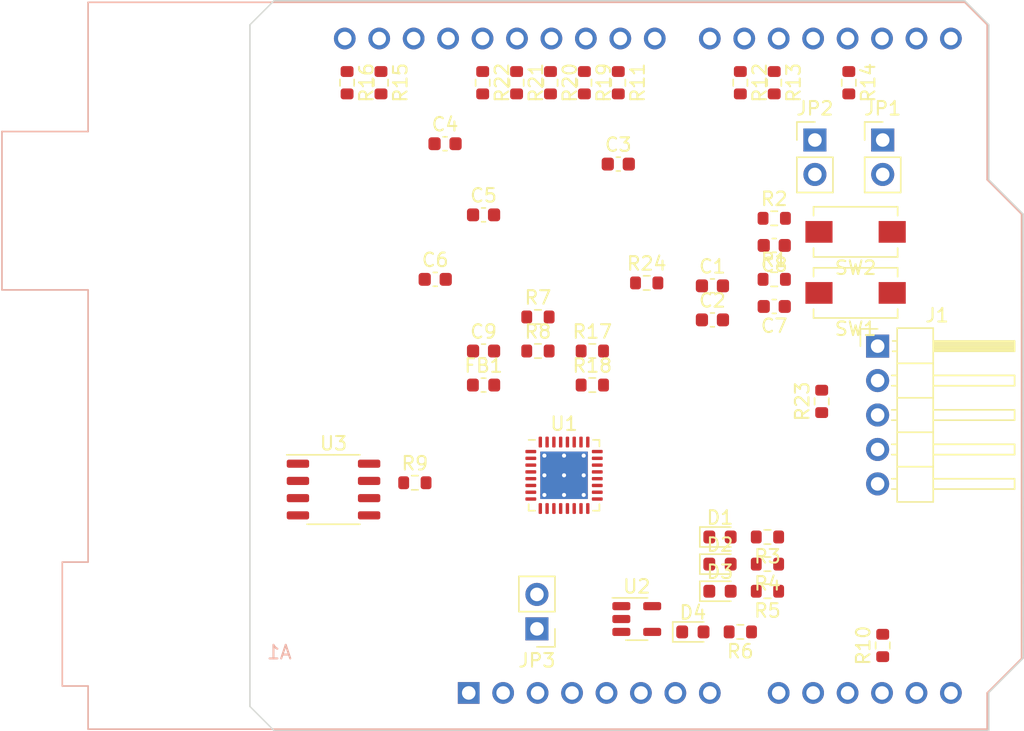
<source format=kicad_pcb>
(kicad_pcb (version 20221018) (generator pcbnew)
  (layers (0 "F.Cu" signal) (31 "B.Cu" signal) (34 "B.Paste" user) (35 "F.Paste" user) (36 "B.SilkS" user "B.Silkscreen") (37 "F.SilkS" user "F.Silkscreen") (38 "B.Mask" user) (39 "F.Mask" user) (44 "Edge.Cuts" user))
  (net 0 "")
  (net 3 "+5V")
  (net 4 "GND")
  (net 14 "VDD")
  (net 25 "ARD_I2C_SDA")
  (net 26 "ARD_I2C_SCL")
  (net 27 "ARD_SPI_SCK")
  (net 28 "ARD_SPI_MISO")
  (net 29 "ARD_SPI_MOSI")
  (net 30 "ARD_SPI_CS")
  (net 31 "ARD_D9_PWM")
  (net 32 "ARD_D6_PWM")
  (net 33 "ARD_D5_PWM")
  (net 34 "ARD_LPC_ISP")
  (net 35 "ARD_D2_PWM")
  (net 36 "ARD_LPC_RST")
  (net 37 "ARD_UART_TXD")
  (net 38 "ARD_UART_RXD")
  (net 39 "ARD_ADC_IN")
  (net 40 "ARD_RST")
  (net 41 "ARD_IOREF")
  (net 42 "VDDA")
  (net 43 "LPC_RST")
  (net 44 "LPC_ISP")
  (net 45 "LPC_LED_R")
  (net 46 "Net-(D1-A)")
  (net 47 "LPC_LED_G")
  (net 48 "Net-(D2-A)")
  (net 49 "LPC_LED_B")
  (net 50 "Net-(D3-A)")
  (net 51 "Net-(D4-A)")
  (net 52 "LPC_SWDIO")
  (net 53 "LPC_SWCLK")
  (net 54 "LPC_ARD_RST")
  (net 55 "Net-(U3B-+)")
  (net 56 "OPA_ADC_IOREF")
  (net 57 "LPC_ADC_IOREF")
  (net 58 "OPA_DAC_OUT")
  (net 59 "LPC_IO3")
  (net 60 "LPC_IO2")
  (net 61 "LPC_IO1")
  (net 62 "LPC_IO0")
  (net 63 "LPC_I2C_SCL")
  (net 64 "LPC_I2C_SDA")
  (net 65 "LPC_SPI_CS")
  (net 66 "LPC_SPI_MOSI")
  (net 67 "LPC_SPI_MISO")
  (net 68 "LPC_SPI_SCK")
  (net 69 "LPC_DAC_OUT")
  (footprint "Resistor_SMD:R_0603_1608Metric" (layer "F.Cu") (at 156 57.5 -90)
    (fp_text reference "R15" (at 0 -1.43 90) (layer "F.SilkS"))
    (fp_text value "100R")
    (fp_line (start -0.237258 -0.5225) (end 0.237258 -0.5225) (stroke (width 0.12)) (layer "F.SilkS"))
    (fp_line (start -0.237258 0.5225) (end 0.237258 0.5225) (stroke (width 0.12)) (layer "F.SilkS"))
    (pad "1" smd roundrect (at -0.825 0 270) (size 0.8 0.95) (layers "F.Cu" "F.Paste" "F.Mask") (net 26 "ARD_I2C_SCL"))
    (pad "2" smd roundrect (at 0.825 0 270) (size 0.8 0.95) (layers "F.Cu" "F.Paste" "F.Mask") (net 63 "LPC_I2C_SCL"))
  )
  (footprint "Resistor_SMD:R_0603_1608Metric" (layer "F.Cu") (at 153.5 57.5 -90)
    (fp_text reference "R16" (at 0 -1.43 90) (layer "F.SilkS"))
    (fp_text value "100R")
    (fp_line (start -0.237258 -0.5225) (end 0.237258 -0.5225) (stroke (width 0.12)) (layer "F.SilkS"))
    (fp_line (start -0.237258 0.5225) (end 0.237258 0.5225) (stroke (width 0.12)) (layer "F.SilkS"))
    (pad "1" smd roundrect (at -0.825 0 270) (size 0.8 0.95) (layers "F.Cu" "F.Paste" "F.Mask") (net 25 "ARD_I2C_SDA"))
    (pad "2" smd roundrect (at 0.825 0 270) (size 0.8 0.95) (layers "F.Cu" "F.Paste" "F.Mask") (net 64 "LPC_I2C_SDA"))
  )
  (footprint "Package_DFN_QFN:VQFN-32-1EP_5x5mm_P0.5mm_EP3.5x3.5mm_ThermalVias" (layer "F.Cu") (at 169.5 86.45)
    (fp_text reference "U1" (at 0 -3.8) (layer "F.SilkS"))
    (fp_text value "LPC804M101JHI33")
    (fp_line (start -2.61 2.61) (end -2.61 2.135) (stroke (width 0.12)) (layer "F.SilkS"))
    (fp_line (start -2.135 -2.61) (end -2.61 -2.61) (stroke (width 0.12)) (layer "F.SilkS"))
    (fp_line (start -2.135 2.61) (end -2.61 2.61) (stroke (width 0.12)) (layer "F.SilkS"))
    (fp_line (start 2.135 -2.61) (end 2.61 -2.61) (stroke (width 0.12)) (layer "F.SilkS"))
    (fp_line (start 2.135 2.61) (end 2.61 2.61) (stroke (width 0.12)) (layer "F.SilkS"))
    (fp_line (start 2.61 -2.61) (end 2.61 -2.135) (stroke (width 0.12)) (layer "F.SilkS"))
    (fp_line (start 2.61 2.61) (end 2.61 2.135) (stroke (width 0.12)) (layer "F.SilkS"))
    (pad "1" smd roundrect (at -2.45 -1.75) (size 0.8 0.25) (layers "F.Cu" "F.Paste" "F.Mask"))
    (pad "2" smd roundrect (at -2.45 -1.25) (size 0.8 0.25) (layers "F.Cu" "F.Paste" "F.Mask"))
    (pad "3" smd roundrect (at -2.45 -0.75) (size 0.8 0.25) (layers "F.Cu" "F.Paste" "F.Mask") (net 44 "LPC_ISP"))
    (pad "4" smd roundrect (at -2.45 -0.25) (size 0.8 0.25) (layers "F.Cu" "F.Paste" "F.Mask") (net 43 "LPC_RST"))
    (pad "5" smd roundrect (at -2.45 0.25) (size 0.8 0.25) (layers "F.Cu" "F.Paste" "F.Mask") (net 54 "LPC_ARD_RST"))
    (pad "6" smd roundrect (at -2.45 0.75) (size 0.8 0.25) (layers "F.Cu" "F.Paste" "F.Mask") (net 53 "LPC_SWCLK"))
    (pad "7" smd roundrect (at -2.45 1.25) (size 0.8 0.25) (layers "F.Cu" "F.Paste" "F.Mask") (net 52 "LPC_SWDIO"))
    (pad "8" smd roundrect (at -2.45 1.75) (size 0.8 0.25) (layers "F.Cu" "F.Paste" "F.Mask") (net 64 "LPC_I2C_SDA"))
    (pad "9" smd roundrect (at -1.75 2.45) (size 0.25 0.8) (layers "F.Cu" "F.Paste" "F.Mask") (net 63 "LPC_I2C_SCL"))
    (pad "10" smd roundrect (at -1.25 2.45) (size 0.25 0.8) (layers "F.Cu" "F.Paste" "F.Mask"))
    (pad "11" smd roundrect (at -0.75 2.45) (size 0.25 0.8) (layers "F.Cu" "F.Paste" "F.Mask") (net 68 "LPC_SPI_SCK"))
    (pad "12" smd roundrect (at -0.25 2.45) (size 0.25 0.8) (layers "F.Cu" "F.Paste" "F.Mask") (net 67 "LPC_SPI_MISO"))
    (pad "13" smd roundrect (at 0.25 2.45) (size 0.25 0.8) (layers "F.Cu" "F.Paste" "F.Mask") (net 66 "LPC_SPI_MOSI"))
    (pad "14" smd roundrect (at 0.75 2.45) (size 0.25 0.8) (layers "F.Cu" "F.Paste" "F.Mask") (net 65 "LPC_SPI_CS"))
    (pad "15" smd roundrect (at 1.25 2.45) (size 0.25 0.8) (layers "F.Cu" "F.Paste" "F.Mask") (net 49 "LPC_LED_B"))
    (pad "16" smd roundrect (at 1.75 2.45) (size 0.25 0.8) (layers "F.Cu" "F.Paste" "F.Mask") (net 62 "LPC_IO0"))
    (pad "17" smd roundrect (at 2.45 1.75) (size 0.8 0.25) (layers "F.Cu" "F.Paste" "F.Mask") (net 57 "LPC_ADC_IOREF"))
    (pad "18" smd roundrect (at 2.45 1.25) (size 0.8 0.25) (layers "F.Cu" "F.Paste" "F.Mask") (net 60 "LPC_IO2"))
    (pad "19" smd roundrect (at 2.45 0.75) (size 0.8 0.25) (layers "F.Cu" "F.Paste" "F.Mask") (net 61 "LPC_IO1"))
    (pad "20" smd roundrect (at 2.45 0.25) (size 0.8 0.25) (layers "F.Cu" "F.Paste" "F.Mask") (net 14 "VDD"))
    (pad "21" smd roundrect (at 2.45 -0.25) (size 0.8 0.25) (layers "F.Cu" "F.Paste" "F.Mask"))
    (pad "22" smd roundrect (at 2.45 -0.75) (size 0.8 0.25) (layers "F.Cu" "F.Paste" "F.Mask") (net 42 "VDDA"))
    (pad "23" smd roundrect (at 2.45 -1.25) (size 0.8 0.25) (layers "F.Cu" "F.Paste" "F.Mask") (net 42 "VDDA"))
    (pad "24" smd roundrect (at 2.45 -1.75) (size 0.8 0.25) (layers "F.Cu" "F.Paste" "F.Mask"))
    (pad "25" smd roundrect (at 1.75 -2.45) (size 0.25 0.8) (layers "F.Cu" "F.Paste" "F.Mask") (net 59 "LPC_IO3"))
    (pad "26" smd roundrect (at 1.25 -2.45) (size 0.25 0.8) (layers "F.Cu" "F.Paste" "F.Mask") (net 69 "LPC_DAC_OUT"))
    (pad "27" smd roundrect (at 0.75 -2.45) (size 0.25 0.8) (layers "F.Cu" "F.Paste" "F.Mask"))
    (pad "28" smd roundrect (at 0.25 -2.45) (size 0.25 0.8) (layers "F.Cu" "F.Paste" "F.Mask"))
    (pad "29" smd roundrect (at -0.25 -2.45) (size 0.25 0.8) (layers "F.Cu" "F.Paste" "F.Mask") (net 45 "LPC_LED_R"))
    (pad "30" smd roundrect (at -0.75 -2.45) (size 0.25 0.8) (layers "F.Cu" "F.Paste" "F.Mask") (net 47 "LPC_LED_G"))
    (pad "31" smd roundrect (at -1.25 -2.45) (size 0.25 0.8) (layers "F.Cu" "F.Paste" "F.Mask"))
    (pad "32" smd roundrect (at -1.75 -2.45) (size 0.25 0.8) (layers "F.Cu" "F.Paste" "F.Mask"))
    (pad "33" thru_hole circle (at -1.45 -1.45) (size 0.6 0.6) (drill 0.3) (layers "*.Cu") (net 4 "GND"))
    (pad "33" thru_hole circle (at -1.45 0) (size 0.6 0.6) (drill 0.3) (layers "*.Cu") (net 4 "GND"))
    (pad "33" thru_hole circle (at -1.45 1.45) (size 0.6 0.6) (drill 0.3) (layers "*.Cu") (net 4 "GND"))
    (pad "33" thru_hole circle (at 0 -1.45) (size 0.6 0.6) (drill 0.3) (layers "*.Cu") (net 4 "GND"))
    (pad "33" thru_hole circle (at 0 0) (size 0.6 0.6) (drill 0.3) (layers "*.Cu") (net 4 "GND"))
    (pad "33" smd rect (at 0 0) (size 3.5 3.5) (layers "F.Cu" "F.Mask") (net 4 "GND"))
    (pad "33" smd rect (at 0 0) (size 3.5 3.5) (layers "B.Cu") (net 4 "GND"))
    (pad "33" thru_hole circle (at 0 1.45) (size 0.6 0.6) (drill 0.3) (layers "*.Cu") (net 4 "GND"))
    (pad "33" thru_hole circle (at 1.45 -1.45) (size 0.6 0.6) (drill 0.3) (layers "*.Cu") (net 4 "GND"))
    (pad "33" thru_hole circle (at 1.45 0) (size 0.6 0.6) (drill 0.3) (layers "*.Cu") (net 4 "GND"))
    (pad "33" thru_hole circle (at 1.45 1.45) (size 0.6 0.6) (drill 0.3) (layers "*.Cu") (net 4 "GND"))
  )
  (footprint "Capacitor_SMD:C_0603_1608Metric" (layer "F.Cu") (at 185 69.5 180)
    (fp_text reference "C8" (at 0 -1.43) (layer "F.SilkS"))
    (fp_text value "10nF")
    (fp_line (start -0.14058 -0.51) (end 0.14058 -0.51) (stroke (width 0.12)) (layer "F.SilkS"))
    (fp_line (start -0.14058 0.51) (end 0.14058 0.51) (stroke (width 0.12)) (layer "F.SilkS"))
    (pad "1" smd roundrect (at -0.775 0 180) (size 0.9 0.95) (layers "F.Cu" "F.Paste" "F.Mask") (net 44 "LPC_ISP"))
    (pad "2" smd roundrect (at 0.775 0 180) (size 0.9 0.95) (layers "F.Cu" "F.Paste" "F.Mask") (net 4 "GND"))
  )
  (footprint "LED_SMD:LED_0603_1608Metric" (layer "F.Cu") (at 181 95)
    (fp_text reference "D3" (at 0 -1.43) (layer "F.SilkS"))
    (fp_text value "Blue")
    (fp_line (start -1.485 -0.735) (end -1.485 0.735) (stroke (width 0.12)) (layer "F.SilkS"))
    (fp_line (start -1.485 0.735) (end 0.8 0.735) (stroke (width 0.12)) (layer "F.SilkS"))
    (fp_line (start 0.8 -0.735) (end -1.485 -0.735) (stroke (width 0.12)) (layer "F.SilkS"))
    (pad "1" smd roundrect (at -0.7875 0) (size 0.875 0.95) (layers "F.Cu" "F.Paste" "F.Mask") (net 49 "LPC_LED_B"))
    (pad "2" smd roundrect (at 0.7875 0) (size 0.875 0.95) (layers "F.Cu" "F.Paste" "F.Mask") (net 50 "Net-(D3-A)"))
  )
  (footprint "Package_TO_SOT_SMD:SOT-23-5" (layer "F.Cu") (at 174.8625 97.05)
    (fp_text reference "U2" (at 0 -2.4) (layer "F.SilkS"))
    (fp_text value "TLV70233_SOT23-5")
    (fp_line (start 0 -1.56) (end -1.8 -1.56) (stroke (width 0.12)) (layer "F.SilkS"))
    (fp_line (start 0 -1.56) (end 0.8 -1.56) (stroke (width 0.12)) (layer "F.SilkS"))
    (fp_line (start 0 1.56) (end -0.8 1.56) (stroke (width 0.12)) (layer "F.SilkS"))
    (fp_line (start 0 1.56) (end 0.8 1.56) (stroke (width 0.12)) (layer "F.SilkS"))
    (pad "1" smd roundrect (at -1.1375 -0.95) (size 1.325 0.6) (layers "F.Cu" "F.Paste" "F.Mask") (net 3 "+5V"))
    (pad "2" smd roundrect (at -1.1375 0) (size 1.325 0.6) (layers "F.Cu" "F.Paste" "F.Mask") (net 4 "GND"))
    (pad "3" smd roundrect (at -1.1375 0.95) (size 1.325 0.6) (layers "F.Cu" "F.Paste" "F.Mask") (net 3 "+5V"))
    (pad "4" smd roundrect (at 1.1375 0.95) (size 1.325 0.6) (layers "F.Cu" "F.Paste" "F.Mask"))
    (pad "5" smd roundrect (at 1.1375 -0.95) (size 1.325 0.6) (layers "F.Cu" "F.Paste" "F.Mask") (net 14 "VDD"))
  )
  (footprint "Resistor_SMD:R_0603_1608Metric" (layer "F.Cu") (at 168.5 57.5 -90)
    (fp_text reference "R20" (at 0 -1.43 90) (layer "F.SilkS"))
    (fp_text value "100R")
    (fp_line (start -0.237258 -0.5225) (end 0.237258 -0.5225) (stroke (width 0.12)) (layer "F.SilkS"))
    (fp_line (start -0.237258 0.5225) (end 0.237258 0.5225) (stroke (width 0.12)) (layer "F.SilkS"))
    (pad "1" smd roundrect (at -0.825 0 270) (size 0.8 0.95) (layers "F.Cu" "F.Paste" "F.Mask") (net 29 "ARD_SPI_MOSI"))
    (pad "2" smd roundrect (at 0.825 0 270) (size 0.8 0.95) (layers "F.Cu" "F.Paste" "F.Mask") (net 66 "LPC_SPI_MOSI"))
  )
  (footprint "Resistor_SMD:R_0603_1608Metric" (layer "F.Cu") (at 173.5 57.5 -90)
    (fp_text reference "R11" (at 0 -1.43 90) (layer "F.SilkS"))
    (fp_text value "100R")
    (fp_line (start -0.237258 -0.5225) (end 0.237258 -0.5225) (stroke (width 0.12)) (layer "F.SilkS"))
    (fp_line (start -0.237258 0.5225) (end 0.237258 0.5225) (stroke (width 0.12)) (layer "F.SilkS"))
    (pad "1" smd roundrect (at -0.825 0 270) (size 0.8 0.95) (layers "F.Cu" "F.Paste" "F.Mask") (net 31 "ARD_D9_PWM"))
    (pad "2" smd roundrect (at 0.825 0 270) (size 0.8 0.95) (layers "F.Cu" "F.Paste" "F.Mask") (net 59 "LPC_IO3"))
  )
  (footprint "Package_SO:SOP-8_3.9x4.9mm_P1.27mm" (layer "F.Cu") (at 152.5 87.5)
    (fp_text reference "U3" (at 0 -3.4) (layer "F.SilkS"))
    (fp_text value "LMV358")
    (fp_line (start 0 -2.56) (end -3.45 -2.56) (stroke (width 0.12)) (layer "F.SilkS"))
    (fp_line (start 0 -2.56) (end 1.95 -2.56) (stroke (width 0.12)) (layer "F.SilkS"))
    (fp_line (start 0 2.56) (end -1.95 2.56) (stroke (width 0.12)) (layer "F.SilkS"))
    (fp_line (start 0 2.56) (end 1.95 2.56) (stroke (width 0.12)) (layer "F.SilkS"))
    (pad "1" smd roundrect (at -2.625 -1.905) (size 1.65 0.6) (layers "F.Cu" "F.Paste" "F.Mask") (net 58 "OPA_DAC_OUT"))
    (pad "2" smd roundrect (at -2.625 -0.635) (size 1.65 0.6) (layers "F.Cu" "F.Paste" "F.Mask") (net 58 "OPA_DAC_OUT"))
    (pad "3" smd roundrect (at -2.625 0.635) (size 1.65 0.6) (layers "F.Cu" "F.Paste" "F.Mask") (net 69 "LPC_DAC_OUT"))
    (pad "4" smd roundrect (at -2.625 1.905) (size 1.65 0.6) (layers "F.Cu" "F.Paste" "F.Mask") (net 4 "GND"))
    (pad "5" smd roundrect (at 2.625 1.905) (size 1.65 0.6) (layers "F.Cu" "F.Paste" "F.Mask") (net 55 "Net-(U3B-+)"))
    (pad "6" smd roundrect (at 2.625 0.635) (size 1.65 0.6) (layers "F.Cu" "F.Paste" "F.Mask") (net 56 "OPA_ADC_IOREF"))
    (pad "7" smd roundrect (at 2.625 -0.635) (size 1.65 0.6) (layers "F.Cu" "F.Paste" "F.Mask") (net 56 "OPA_ADC_IOREF"))
    (pad "8" smd roundrect (at 2.625 -1.905) (size 1.65 0.6) (layers "F.Cu" "F.Paste" "F.Mask") (net 3 "+5V"))
  )
  (footprint "Capacitor_SMD:C_0603_1608Metric" (layer "F.Cu") (at 163.565 77.285)
    (fp_text reference "C9" (at 0 -1.43) (layer "F.SilkS"))
    (fp_text value "1uF")
    (fp_line (start -0.14058 -0.51) (end 0.14058 -0.51) (stroke (width 0.12)) (layer "F.SilkS"))
    (fp_line (start -0.14058 0.51) (end 0.14058 0.51) (stroke (width 0.12)) (layer "F.SilkS"))
    (pad "1" smd roundrect (at -0.775 0) (size 0.9 0.95) (layers "F.Cu" "F.Paste" "F.Mask") (net 3 "+5V"))
    (pad "2" smd roundrect (at 0.775 0) (size 0.9 0.95) (layers "F.Cu" "F.Paste" "F.Mask") (net 4 "GND"))
  )
  (footprint "Connector_PinHeader_2.54mm:PinHeader_1x02_P2.54mm_Vertical" (layer "F.Cu") (at 193 61.725)
    (fp_text reference "JP1" (at 0 -2.33) (layer "F.SilkS"))
    (fp_text value "Jumper_2_Open")
    (fp_line (start -1.33 -1.33) (end 0 -1.33) (stroke (width 0.12)) (layer "F.SilkS"))
    (fp_line (start -1.33 0) (end -1.33 -1.33) (stroke (width 0.12)) (layer "F.SilkS"))
    (fp_line (start -1.33 1.27) (end -1.33 3.87) (stroke (width 0.12)) (layer "F.SilkS"))
    (fp_line (start -1.33 1.27) (end 1.33 1.27) (stroke (width 0.12)) (layer "F.SilkS"))
    (fp_line (start -1.33 3.87) (end 1.33 3.87) (stroke (width 0.12)) (layer "F.SilkS"))
    (fp_line (start 1.33 1.27) (end 1.33 3.87) (stroke (width 0.12)) (layer "F.SilkS"))
    (pad "1" thru_hole rect (at 0 0) (size 1.7 1.7) (drill 1) (layers "*.Cu" "*.Mask") (net 36 "ARD_LPC_RST"))
    (pad "2" thru_hole oval (at 0 2.54) (size 1.7 1.7) (drill 1) (layers "*.Cu" "*.Mask") (net 43 "LPC_RST"))
  )
  (footprint "Resistor_SMD:R_0603_1608Metric" (layer "F.Cu") (at 185 67.5)
    (fp_text reference "R2" (at 0 -1.43) (layer "F.SilkS"))
    (fp_text value "10k")
    (fp_line (start -0.237258 -0.5225) (end 0.237258 -0.5225) (stroke (width 0.12)) (layer "F.SilkS"))
    (fp_line (start -0.237258 0.5225) (end 0.237258 0.5225) (stroke (width 0.12)) (layer "F.SilkS"))
    (pad "1" smd roundrect (at -0.825 0) (size 0.8 0.95) (layers "F.Cu" "F.Paste" "F.Mask") (net 14 "VDD"))
    (pad "2" smd roundrect (at 0.825 0) (size 0.8 0.95) (layers "F.Cu" "F.Paste" "F.Mask") (net 44 "LPC_ISP"))
  )
  (footprint "Resistor_SMD:R_0603_1608Metric" (layer "F.Cu") (at 158.5 87)
    (fp_text reference "R9" (at 0 -1.43) (layer "F.SilkS"))
    (fp_text value "100R")
    (fp_line (start -0.237258 -0.5225) (end 0.237258 -0.5225) (stroke (width 0.12)) (layer "F.SilkS"))
    (fp_line (start -0.237258 0.5225) (end 0.237258 0.5225) (stroke (width 0.12)) (layer "F.SilkS"))
    (pad "1" smd roundrect (at -0.825 0) (size 0.8 0.95) (layers "F.Cu" "F.Paste" "F.Mask") (net 56 "OPA_ADC_IOREF"))
    (pad "2" smd roundrect (at 0.825 0) (size 0.8 0.95) (layers "F.Cu" "F.Paste" "F.Mask") (net 57 "LPC_ADC_IOREF"))
  )
  (footprint "Resistor_SMD:R_0603_1608Metric" (layer "F.Cu") (at 171 57.5 -90)
    (fp_text reference "R19" (at 0 -1.43 90) (layer "F.SilkS"))
    (fp_text value "100R")
    (fp_line (start -0.237258 -0.5225) (end 0.237258 -0.5225) (stroke (width 0.12)) (layer "F.SilkS"))
    (fp_line (start -0.237258 0.5225) (end 0.237258 0.5225) (stroke (width 0.12)) (layer "F.SilkS"))
    (pad "1" smd roundrect (at -0.825 0 270) (size 0.8 0.95) (layers "F.Cu" "F.Paste" "F.Mask") (net 30 "ARD_SPI_CS"))
    (pad "2" smd roundrect (at 0.825 0 270) (size 0.8 0.95) (layers "F.Cu" "F.Paste" "F.Mask") (net 65 "LPC_SPI_CS"))
  )
  (footprint "LED_SMD:LED_0603_1608Metric" (layer "F.Cu") (at 181 93)
    (fp_text reference "D2" (at 0 -1.43) (layer "F.SilkS"))
    (fp_text value "Green")
    (fp_line (start -1.485 -0.735) (end -1.485 0.735) (stroke (width 0.12)) (layer "F.SilkS"))
    (fp_line (start -1.485 0.735) (end 0.8 0.735) (stroke (width 0.12)) (layer "F.SilkS"))
    (fp_line (start 0.8 -0.735) (end -1.485 -0.735) (stroke (width 0.12)) (layer "F.SilkS"))
    (pad "1" smd roundrect (at -0.7875 0) (size 0.875 0.95) (layers "F.Cu" "F.Paste" "F.Mask") (net 47 "LPC_LED_G"))
    (pad "2" smd roundrect (at 0.7875 0) (size 0.875 0.95) (layers "F.Cu" "F.Paste" "F.Mask") (net 48 "Net-(D2-A)"))
  )
  (footprint "Capacitor_SMD:C_0603_1608Metric" (layer "F.Cu") (at 180.4425 74.99)
    (fp_text reference "C2" (at 0 -1.43) (layer "F.SilkS"))
    (fp_text value "10uF")
    (fp_line (start -0.14058 -0.51) (end 0.14058 -0.51) (stroke (width 0.12)) (layer "F.SilkS"))
    (fp_line (start -0.14058 0.51) (end 0.14058 0.51) (stroke (width 0.12)) (layer "F.SilkS"))
    (pad "1" smd roundrect (at -0.775 0) (size 0.9 0.95) (layers "F.Cu" "F.Paste" "F.Mask") (net 14 "VDD"))
    (pad "2" smd roundrect (at 0.775 0) (size 0.9 0.95) (layers "F.Cu" "F.Paste" "F.Mask") (net 4 "GND"))
  )
  (footprint "Capacitor_SMD:C_0603_1608Metric" (layer "F.Cu") (at 185 74 180)
    (fp_text reference "C7" (at 0 -1.43) (layer "F.SilkS"))
    (fp_text value "10nF")
    (fp_line (start -0.14058 -0.51) (end 0.14058 -0.51) (stroke (width 0.12)) (layer "F.SilkS"))
    (fp_line (start -0.14058 0.51) (end 0.14058 0.51) (stroke (width 0.12)) (layer "F.SilkS"))
    (pad "1" smd roundrect (at -0.775 0 180) (size 0.9 0.95) (layers "F.Cu" "F.Paste" "F.Mask") (net 43 "LPC_RST"))
    (pad "2" smd roundrect (at 0.775 0 180) (size 0.9 0.95) (layers "F.Cu" "F.Paste" "F.Mask") (net 4 "GND"))
  )
  (footprint "Connector_PinHeader_2.54mm:PinHeader_1x02_P2.54mm_Vertical" (layer "F.Cu") (at 167.5 97.775 180)
    (fp_text reference "JP3" (at 0 -2.33) (layer "F.SilkS"))
    (fp_text value "Jumper_2_Open")
    (fp_line (start -1.33 -1.33) (end 0 -1.33) (stroke (width 0.12)) (layer "F.SilkS"))
    (fp_line (start -1.33 0) (end -1.33 -1.33) (stroke (width 0.12)) (layer "F.SilkS"))
    (fp_line (start -1.33 1.27) (end -1.33 3.87) (stroke (width 0.12)) (layer "F.SilkS"))
    (fp_line (start -1.33 1.27) (end 1.33 1.27) (stroke (width 0.12)) (layer "F.SilkS"))
    (fp_line (start -1.33 3.87) (end 1.33 3.87) (stroke (width 0.12)) (layer "F.SilkS"))
    (fp_line (start 1.33 1.27) (end 1.33 3.87) (stroke (width 0.12)) (layer "F.SilkS"))
    (pad "1" thru_hole rect (at 0 0 180) (size 1.7 1.7) (drill 1) (layers "*.Cu" "*.Mask") (net 40 "ARD_RST"))
    (pad "2" thru_hole oval (at 0 2.54 180) (size 1.7 1.7) (drill 1) (layers "*.Cu" "*.Mask") (net 54 "LPC_ARD_RST"))
  )
  (footprint "Resistor_SMD:R_0603_1608Metric" (layer "F.Cu") (at 182.5 57.5 -90)
    (fp_text reference "R12" (at 0 -1.43 90) (layer "F.SilkS"))
    (fp_text value "100R")
    (fp_line (start -0.237258 -0.5225) (end 0.237258 -0.5225) (stroke (width 0.12)) (layer "F.SilkS"))
    (fp_line (start -0.237258 0.5225) (end 0.237258 0.5225) (stroke (width 0.12)) (layer "F.SilkS"))
    (pad "1" smd roundrect (at -0.825 0 270) (size 0.8 0.95) (layers "F.Cu" "F.Paste" "F.Mask") (net 32 "ARD_D6_PWM"))
    (pad "2" smd roundrect (at 0.825 0 270) (size 0.8 0.95) (layers "F.Cu" "F.Paste" "F.Mask") (net 60 "LPC_IO2"))
  )
  (footprint "Capacitor_SMD:C_0603_1608Metric" (layer "F.Cu") (at 163.565 67.245)
    (fp_text reference "C5" (at 0 -1.43) (layer "F.SilkS"))
    (fp_text value "100nF")
    (fp_line (start -0.14058 -0.51) (end 0.14058 -0.51) (stroke (width 0.12)) (layer "F.SilkS"))
    (fp_line (start -0.14058 0.51) (end 0.14058 0.51) (stroke (width 0.12)) (layer "F.SilkS"))
    (pad "1" smd roundrect (at -0.775 0) (size 0.9 0.95) (layers "F.Cu" "F.Paste" "F.Mask") (net 42 "VDDA"))
    (pad "2" smd roundrect (at 0.775 0) (size 0.9 0.95) (layers "F.Cu" "F.Paste" "F.Mask") (net 4 "GND"))
  )
  (footprint "Resistor_SMD:R_0603_1608Metric" (layer "F.Cu") (at 184.5 91 180)
    (fp_text reference "R3" (at 0 -1.43) (layer "F.SilkS"))
    (fp_text value "2.2k")
    (fp_line (start -0.237258 -0.5225) (end 0.237258 -0.5225) (stroke (width 0.12)) (layer "F.SilkS"))
    (fp_line (start -0.237258 0.5225) (end 0.237258 0.5225) (stroke (width 0.12)) (layer "F.SilkS"))
    (pad "1" smd roundrect (at -0.825 0 180) (size 0.8 0.95) (layers "F.Cu" "F.Paste" "F.Mask") (net 14 "VDD"))
    (pad "2" smd roundrect (at 0.825 0 180) (size 0.8 0.95) (layers "F.Cu" "F.Paste" "F.Mask") (net 46 "Net-(D1-A)"))
  )
  (footprint "Resistor_SMD:R_0603_1608Metric" (layer "F.Cu") (at 190.5 57.5 -90)
    (fp_text reference "R14" (at 0 -1.43 90) (layer "F.SilkS"))
    (fp_text value "100R")
    (fp_line (start -0.237258 -0.5225) (end 0.237258 -0.5225) (stroke (width 0.12)) (layer "F.SilkS"))
    (fp_line (start -0.237258 0.5225) (end 0.237258 0.5225) (stroke (width 0.12)) (layer "F.SilkS"))
    (pad "1" smd roundrect (at -0.825 0 270) (size 0.8 0.95) (layers "F.Cu" "F.Paste" "F.Mask") (net 35 "ARD_D2_PWM"))
    (pad "2" smd roundrect (at 0.825 0 270) (size 0.8 0.95) (layers "F.Cu" "F.Paste" "F.Mask") (net 62 "LPC_IO0"))
  )
  (footprint "Resistor_SMD:R_0603_1608Metric" (layer "F.Cu") (at 193 99 90)
    (fp_text reference "R10" (at 0 -1.43 90) (layer "F.SilkS"))
    (fp_text value "100R")
    (fp_line (start -0.237258 -0.5225) (end 0.237258 -0.5225) (stroke (width 0.12)) (layer "F.SilkS"))
    (fp_line (start -0.237258 0.5225) (end 0.237258 0.5225) (stroke (width 0.12)) (layer "F.SilkS"))
    (pad "1" smd roundrect (at -0.825 0 90) (size 0.8 0.95) (layers "F.Cu" "F.Paste" "F.Mask") (net 39 "ARD_ADC_IN"))
    (pad "2" smd roundrect (at 0.825 0 90) (size 0.8 0.95) (layers "F.Cu" "F.Paste" "F.Mask") (net 58 "OPA_DAC_OUT"))
  )
  (footprint "Capacitor_SMD:C_0603_1608Metric" (layer "F.Cu") (at 160 72)
    (fp_text reference "C6" (at 0 -1.43) (layer "F.SilkS"))
    (fp_text value "100nF")
    (fp_line (start -0.14058 -0.51) (end 0.14058 -0.51) (stroke (width 0.12)) (layer "F.SilkS"))
    (fp_line (start -0.14058 0.51) (end 0.14058 0.51) (stroke (width 0.12)) (layer "F.SilkS"))
    (pad "1" smd roundrect (at -0.775 0) (size 0.9 0.95) (layers "F.Cu" "F.Paste" "F.Mask") (net 42 "VDDA"))
    (pad "2" smd roundrect (at 0.775 0) (size 0.9 0.95) (layers "F.Cu" "F.Paste" "F.Mask") (net 4 "GND"))
  )
  (footprint "Inductor_SMD:L_0603_1608Metric" (layer "F.Cu") (at 163.565 79.795)
    (fp_text reference "FB1" (at 0 -1.43) (layer "F.SilkS"))
    (fp_text value "1k@100MHz")
    (fp_line (start -0.162779 -0.51) (end 0.162779 -0.51) (stroke (width 0.12)) (layer "F.SilkS"))
    (fp_line (start -0.162779 0.51) (end 0.162779 0.51) (stroke (width 0.12)) (layer "F.SilkS"))
    (pad "1" smd roundrect (at -0.7875 0) (size 0.875 0.95) (layers "F.Cu" "F.Paste" "F.Mask") (net 14 "VDD"))
    (pad "2" smd roundrect (at 0.7875 0) (size 0.875 0.95) (layers "F.Cu" "F.Paste" "F.Mask") (net 42 "VDDA"))
  )
  (footprint "Resistor_SMD:R_0603_1608Metric" (layer "F.Cu") (at 166 57.5 -90)
    (fp_text reference "R21" (at 0 -1.43 90) (layer "F.SilkS"))
    (fp_text value "100R")
    (fp_line (start -0.237258 -0.5225) (end 0.237258 -0.5225) (stroke (width 0.12)) (layer "F.SilkS"))
    (fp_line (start -0.237258 0.5225) (end 0.237258 0.5225) (stroke (width 0.12)) (layer "F.SilkS"))
    (pad "1" smd roundrect (at -0.825 0 270) (size 0.8 0.95) (layers "F.Cu" "F.Paste" "F.Mask") (net 28 "ARD_SPI_MISO"))
    (pad "2" smd roundrect (at 0.825 0 270) (size 0.8 0.95) (layers "F.Cu" "F.Paste" "F.Mask") (net 67 "LPC_SPI_MISO"))
  )
  (footprint "Resistor_SMD:R_0603_1608Metric" (layer "F.Cu") (at 171.585 77.285)
    (fp_text reference "R17" (at 0 -1.43) (layer "F.SilkS"))
    (fp_text value "5.1k")
    (fp_line (start -0.237258 -0.5225) (end 0.237258 -0.5225) (stroke (width 0.12)) (layer "F.SilkS"))
    (fp_line (start -0.237258 0.5225) (end 0.237258 0.5225) (stroke (width 0.12)) (layer "F.SilkS"))
    (pad "1" smd roundrect (at -0.825 0) (size 0.8 0.95) (layers "F.Cu" "F.Paste" "F.Mask") (net 41 "ARD_IOREF"))
    (pad "2" smd roundrect (at 0.825 0) (size 0.8 0.95) (layers "F.Cu" "F.Paste" "F.Mask") (net 26 "ARD_I2C_SCL"))
  )
  (footprint "Resistor_SMD:R_0603_1608Metric" (layer "F.Cu") (at 182.5 98 180)
    (fp_text reference "R6" (at 0 -1.43) (layer "F.SilkS"))
    (fp_text value "2.2k")
    (fp_line (start -0.237258 -0.5225) (end 0.237258 -0.5225) (stroke (width 0.12)) (layer "F.SilkS"))
    (fp_line (start -0.237258 0.5225) (end 0.237258 0.5225) (stroke (width 0.12)) (layer "F.SilkS"))
    (pad "1" smd roundrect (at -0.825 0 180) (size 0.8 0.95) (layers "F.Cu" "F.Paste" "F.Mask") (net 14 "VDD"))
    (pad "2" smd roundrect (at 0.825 0 180) (size 0.8 0.95) (layers "F.Cu" "F.Paste" "F.Mask") (net 51 "Net-(D4-A)"))
  )
  (footprint "LED_SMD:LED_0603_1608Metric" (layer "F.Cu") (at 181 91)
    (fp_text reference "D1" (at 0 -1.43) (layer "F.SilkS"))
    (fp_text value "Red")
    (fp_line (start -1.485 -0.735) (end -1.485 0.735) (stroke (width 0.12)) (layer "F.SilkS"))
    (fp_line (start -1.485 0.735) (end 0.8 0.735) (stroke (width 0.12)) (layer "F.SilkS"))
    (fp_line (start 0.8 -0.735) (end -1.485 -0.735) (stroke (width 0.12)) (layer "F.SilkS"))
    (pad "1" smd roundrect (at -0.7875 0) (size 0.875 0.95) (layers "F.Cu" "F.Paste" "F.Mask") (net 45 "LPC_LED_R"))
    (pad "2" smd roundrect (at 0.7875 0) (size 0.875 0.95) (layers "F.Cu" "F.Paste" "F.Mask") (net 46 "Net-(D1-A)"))
  )
  (footprint "Capacitor_SMD:C_0603_1608Metric" (layer "F.Cu") (at 180.4425 72.48)
    (fp_text reference "C1" (at 0 -1.43) (layer "F.SilkS"))
    (fp_text value "10uF")
    (fp_line (start -0.14058 -0.51) (end 0.14058 -0.51) (stroke (width 0.12)) (layer "F.SilkS"))
    (fp_line (start -0.14058 0.51) (end 0.14058 0.51) (stroke (width 0.12)) (layer "F.SilkS"))
    (pad "1" smd roundrect (at -0.775 0) (size 0.9 0.95) (layers "F.Cu" "F.Paste" "F.Mask") (net 3 "+5V"))
    (pad "2" smd roundrect (at 0.775 0) (size 0.9 0.95) (layers "F.Cu" "F.Paste" "F.Mask") (net 4 "GND"))
  )
  (footprint "Resistor_SMD:R_0603_1608Metric" (layer "F.Cu") (at 184.5 95 180)
    (fp_text reference "R5" (at 0 -1.43) (layer "F.SilkS"))
    (fp_text value "2.2k")
    (fp_line (start -0.237258 -0.5225) (end 0.237258 -0.5225) (stroke (width 0.12)) (layer "F.SilkS"))
    (fp_line (start -0.237258 0.5225) (end 0.237258 0.5225) (stroke (width 0.12)) (layer "F.SilkS"))
    (pad "1" smd roundrect (at -0.825 0 180) (size 0.8 0.95) (layers "F.Cu" "F.Paste" "F.Mask") (net 14 "VDD"))
    (pad "2" smd roundrect (at 0.825 0 180) (size 0.8 0.95) (layers "F.Cu" "F.Paste" "F.Mask") (net 50 "Net-(D3-A)"))
  )
  (footprint "Button_Switch_SMD:SW_SPST_EVQPE1" (layer "F.Cu") (at 191 73 180)
    (fp_text reference "SW1" (at 0 -2.65) (layer "F.SilkS"))
    (fp_text value "SW_Push")
    (fp_line (start -3.1 -1.85) (end -3.1 -1.2) (stroke (width 0.12)) (layer "F.SilkS"))
    (fp_line (start -3.1 1.2) (end -3.1 1.85) (stroke (width 0.12)) (layer "F.SilkS"))
    (fp_line (start -3.1 1.85) (end 3.1 1.85) (stroke (width 0.12)) (layer "F.SilkS"))
    (fp_line (start 3.1 -1.85) (end -3.1 -1.85) (stroke (width 0.12)) (layer "F.SilkS"))
    (fp_line (start 3.1 -1.85) (end 3.1 -1.2) (stroke (width 0.12)) (layer "F.SilkS"))
    (fp_line (start 3.1 1.85) (end 3.1 1.2) (stroke (width 0.12)) (layer "F.SilkS"))
    (pad "1" smd rect (at -2.7 0 180) (size 2 1.6) (layers "F.Cu" "F.Paste" "F.Mask") (net 4 "GND"))
    (pad "2" smd rect (at 2.7 0 180) (size 2 1.6) (layers "F.Cu" "F.Paste" "F.Mask") (net 43 "LPC_RST"))
  )
  (footprint "Button_Switch_SMD:SW_SPST_EVQPE1" (layer "F.Cu") (at 191 68.5 180)
    (fp_text reference "SW2" (at 0 -2.65) (layer "F.SilkS"))
    (fp_text value "SW_Push")
    (fp_line (start -3.1 -1.85) (end -3.1 -1.2) (stroke (width 0.12)) (layer "F.SilkS"))
    (fp_line (start -3.1 1.2) (end -3.1 1.85) (stroke (width 0.12)) (layer "F.SilkS"))
    (fp_line (start -3.1 1.85) (end 3.1 1.85) (stroke (width 0.12)) (layer "F.SilkS"))
    (fp_line (start 3.1 -1.85) (end -3.1 -1.85) (stroke (width 0.12)) (layer "F.SilkS"))
    (fp_line (start 3.1 -1.85) (end 3.1 -1.2) (stroke (width 0.12)) (layer "F.SilkS"))
    (fp_line (start 3.1 1.85) (end 3.1 1.2) (stroke (width 0.12)) (layer "F.SilkS"))
    (pad "1" smd rect (at -2.7 0 180) (size 2 1.6) (layers "F.Cu" "F.Paste" "F.Mask") (net 4 "GND"))
    (pad "2" smd rect (at 2.7 0 180) (size 2 1.6) (layers "F.Cu" "F.Paste" "F.Mask") (net 44 "LPC_ISP"))
  )
  (footprint "Connector_PinHeader_2.54mm:PinHeader_1x02_P2.54mm_Vertical" (layer "F.Cu") (at 188 61.725)
    (fp_text reference "JP2" (at 0 -2.33) (layer "F.SilkS"))
    (fp_text value "Jumper_2_Open")
    (fp_line (start -1.33 -1.33) (end 0 -1.33) (stroke (width 0.12)) (layer "F.SilkS"))
    (fp_line (start -1.33 0) (end -1.33 -1.33) (stroke (width 0.12)) (layer "F.SilkS"))
    (fp_line (start -1.33 1.27) (end -1.33 3.87) (stroke (width 0.12)) (layer "F.SilkS"))
    (fp_line (start -1.33 1.27) (end 1.33 1.27) (stroke (width 0.12)) (layer "F.SilkS"))
    (fp_line (start -1.33 3.87) (end 1.33 3.87) (stroke (width 0.12)) (layer "F.SilkS"))
    (fp_line (start 1.33 1.27) (end 1.33 3.87) (stroke (width 0.12)) (layer "F.SilkS"))
    (pad "1" thru_hole rect (at 0 0) (size 1.7 1.7) (drill 1) (layers "*.Cu" "*.Mask") (net 34 "ARD_LPC_ISP"))
    (pad "2" thru_hole oval (at 0 2.54) (size 1.7 1.7) (drill 1) (layers "*.Cu" "*.Mask") (net 44 "LPC_ISP"))
  )
  (footprint "Resistor_SMD:R_0603_1608Metric" (layer "F.Cu") (at 171.585 79.795)
    (fp_text reference "R18" (at 0 -1.43) (layer "F.SilkS"))
    (fp_text value "5.1k")
    (fp_line (start -0.237258 -0.5225) (end 0.237258 -0.5225) (stroke (width 0.12)) (layer "F.SilkS"))
    (fp_line (start -0.237258 0.5225) (end 0.237258 0.5225) (stroke (width 0.12)) (layer "F.SilkS"))
    (pad "1" smd roundrect (at -0.825 0) (size 0.8 0.95) (layers "F.Cu" "F.Paste" "F.Mask") (net 41 "ARD_IOREF"))
    (pad "2" smd roundrect (at 0.825 0) (size 0.8 0.95) (layers "F.Cu" "F.Paste" "F.Mask") (net 25 "ARD_I2C_SDA"))
  )
  (footprint "Resistor_SMD:R_0603_1608Metric" (layer "F.Cu") (at 175.595 72.265)
    (fp_text reference "R24" (at 0 -1.43) (layer "F.SilkS"))
    (fp_text value "100R")
    (fp_line (start -0.237258 -0.5225) (end 0.237258 -0.5225) (stroke (width 0.12)) (layer "F.SilkS"))
    (fp_line (start -0.237258 0.5225) (end 0.237258 0.5225) (stroke (width 0.12)) (layer "F.SilkS"))
    (pad "1" smd roundrect (at -0.825 0) (size 0.8 0.95) (layers "F.Cu" "F.Paste" "F.Mask") (net 40 "ARD_RST"))
    (pad "2" smd roundrect (at 0.825 0) (size 0.8 0.95) (layers "F.Cu" "F.Paste" "F.Mask") (net 54 "LPC_ARD_RST"))
  )
  (footprint "Resistor_SMD:R_0603_1608Metric" (layer "F.Cu") (at 167.575 74.775)
    (fp_text reference "R7" (at 0 -1.43) (layer "F.SilkS"))
    (fp_text value "100k")
    (fp_line (start -0.237258 -0.5225) (end 0.237258 -0.5225) (stroke (width 0.12)) (layer "F.SilkS"))
    (fp_line (start -0.237258 0.5225) (end 0.237258 0.5225) (stroke (width 0.12)) (layer "F.SilkS"))
    (pad "1" smd roundrect (at -0.825 0) (size 0.8 0.95) (layers "F.Cu" "F.Paste" "F.Mask") (net 41 "ARD_IOREF"))
    (pad "2" smd roundrect (at 0.825 0) (size 0.8 0.95) (layers "F.Cu" "F.Paste" "F.Mask") (net 55 "Net-(U3B-+)"))
  )
  (footprint "Capacitor_SMD:C_0603_1608Metric" (layer "F.Cu") (at 160.725 62)
    (fp_text reference "C4" (at 0 -1.43) (layer "F.SilkS"))
    (fp_text value "1uF")
    (fp_line (start -0.14058 -0.51) (end 0.14058 -0.51) (stroke (width 0.12)) (layer "F.SilkS"))
    (fp_line (start -0.14058 0.51) (end 0.14058 0.51) (stroke (width 0.12)) (layer "F.SilkS"))
    (pad "1" smd roundrect (at -0.775 0) (size 0.9 0.95) (layers "F.Cu" "F.Paste" "F.Mask") (net 14 "VDD"))
    (pad "2" smd roundrect (at 0.775 0) (size 0.9 0.95) (layers "F.Cu" "F.Paste" "F.Mask") (net 4 "GND"))
  )
  (footprint "Connector_PinHeader_2.54mm:PinHeader_1x05_P2.54mm_Horizontal" (layer "F.Cu") (at 192.625 76.925)
    (fp_text reference "J1" (at 4.385 -2.27) (layer "F.SilkS"))
    (fp_text value "Conn_01x05_Pin")
    (fp_line (start -1.27 -1.27) (end 0 -1.27) (stroke (width 0.12)) (layer "F.SilkS"))
    (fp_line (start -1.27 0) (end -1.27 -1.27) (stroke (width 0.12)) (layer "F.SilkS"))
    (fp_line (start 1.042929 2.16) (end 1.44 2.16) (stroke (width 0.12)) (layer "F.SilkS"))
    (fp_line (start 1.042929 2.92) (end 1.44 2.92) (stroke (width 0.12)) (layer "F.SilkS"))
    (fp_line (start 1.042929 4.7) (end 1.44 4.7) (stroke (width 0.12)) (layer "F.SilkS"))
    (fp_line (start 1.042929 5.46) (end 1.44 5.46) (stroke (width 0.12)) (layer "F.SilkS"))
    (fp_line (start 1.042929 7.24) (end 1.44 7.24) (stroke (width 0.12)) (layer "F.SilkS"))
    (fp_line (start 1.042929 8) (end 1.44 8) (stroke (width 0.12)) (layer "F.SilkS"))
    (fp_line (start 1.042929 9.78) (end 1.44 9.78) (stroke (width 0.12)) (layer "F.SilkS"))
    (fp_line (start 1.042929 10.54) (end 1.44 10.54) (stroke (width 0.12)) (layer "F.SilkS"))
    (fp_line (start 1.11 -0.38) (end 1.44 -0.38) (stroke (width 0.12)) (layer "F.SilkS"))
    (fp_line (start 1.11 0.38) (end 1.44 0.38) (stroke (width 0.12)) (layer "F.SilkS"))
    (fp_line (start 1.44 -1.33) (end 1.44 11.49) (stroke (width 0.12)) (layer "F.SilkS"))
    (fp_line (start 1.44 1.27) (end 4.1 1.27) (stroke (width 0.12)) (layer "F.SilkS"))
    (fp_line (start 1.44 3.81) (end 4.1 3.81) (stroke (width 0.12)) (layer "F.SilkS"))
    (fp_line (start 1.44 6.35) (end 4.1 6.35) (stroke (width 0.12)) (layer "F.SilkS"))
    (fp_line (start 1.44 8.89) (end 4.1 8.89) (stroke (width 0.12)) (layer "F.SilkS"))
    (fp_line (start 1.44 11.49) (end 4.1 11.49) (stroke (width 0.12)) (layer "F.SilkS"))
    (fp_line (start 4.1 -1.33) (end 1.44 -1.33) (stroke (width 0.12)) (layer "F.SilkS"))
    (fp_line (start 4.1 -0.38) (end 10.1 -0.38) (stroke (width 0.12)) (layer "F.SilkS"))
    (fp_line (start 4.1 -0.32) (end 10.1 -0.32) (stroke (width 0.12)) (layer "F.SilkS"))
    (fp_line (start 4.1 -0.2) (end 10.1 -0.2) (stroke (width 0.12)) (layer "F.SilkS"))
    (fp_line (start 4.1 -0.08) (end 10.1 -0.08) (stroke (width 0.12)) (layer "F.SilkS"))
    (fp_line (start 4.1 0.04) (end 10.1 0.04) (stroke (width 0.12)) (layer "F.SilkS"))
    (fp_line (start 4.1 0.16) (end 10.1 0.16) (stroke (width 0.12)) (layer "F.SilkS"))
    (fp_line (start 4.1 0.28) (end 10.1 0.28) (stroke (width 0.12)) (layer "F.SilkS"))
    (fp_line (start 4.1 2.16) (end 10.1 2.16) (stroke (width 0.12)) (layer "F.SilkS"))
    (fp_line (start 4.1 4.7) (end 10.1 4.7) (stroke (width 0.12)) (layer "F.SilkS"))
    (fp_line (start 4.1 7.24) (end 10.1 7.24) (stroke (width 0.12)) (layer "F.SilkS"))
    (fp_line (start 4.1 9.78) (end 10.1 9.78) (stroke (width 0.12)) (layer "F.SilkS"))
    (fp_line (start 4.1 11.49) (end 4.1 -1.33) (stroke (width 0.12)) (layer "F.SilkS"))
    (fp_line (start 10.1 -0.38) (end 10.1 0.38) (stroke (width 0.12)) (layer "F.SilkS"))
    (fp_line (start 10.1 0.38) (end 4.1 0.38) (stroke (width 0.12)) (layer "F.SilkS"))
    (fp_line (start 10.1 2.16) (end 10.1 2.92) (stroke (width 0.12)) (layer "F.SilkS"))
    (fp_line (start 10.1 2.92) (end 4.1 2.92) (stroke (width 0.12)) (layer "F.SilkS"))
    (fp_line (start 10.1 4.7) (end 10.1 5.46) (stroke (width 0.12)) (layer "F.SilkS"))
    (fp_line (start 10.1 5.46) (end 4.1 5.46) (stroke (width 0.12)) (layer "F.SilkS"))
    (fp_line (start 10.1 7.24) (end 10.1 8) (stroke (width 0.12)) (layer "F.SilkS"))
    (fp_line (start 10.1 8) (end 4.1 8) (stroke (width 0.12)) (layer "F.SilkS"))
    (fp_line (start 10.1 9.78) (end 10.1 10.54) (stroke (width 0.12)) (layer "F.SilkS"))
    (fp_line (start 10.1 10.54) (end 4.1 10.54) (stroke (width 0.12)) (layer "F.SilkS"))
    (pad "1" thru_hole rect (at 0 0) (size 1.7 1.7) (drill 1) (layers "*.Cu" "*.Mask") (net 4 "GND"))
    (pad "2" thru_hole oval (at 0 2.54) (size 1.7 1.7) (drill 1) (layers "*.Cu" "*.Mask") (net 52 "LPC_SWDIO"))
    (pad "3" thru_hole oval (at 0 5.08) (size 1.7 1.7) (drill 1) (layers "*.Cu" "*.Mask") (net 53 "LPC_SWCLK"))
    (pad "4" thru_hole oval (at 0 7.62) (size 1.7 1.7) (drill 1) (layers "*.Cu" "*.Mask") (net 43 "LPC_RST"))
    (pad "5" thru_hole oval (at 0 10.16) (size 1.7 1.7) (drill 1) (layers "*.Cu" "*.Mask") (net 14 "VDD"))
  )
  (footprint "Resistor_SMD:R_0603_1608Metric" (layer "F.Cu") (at 184.5 93 180)
    (fp_text reference "R4" (at 0 -1.43) (layer "F.SilkS"))
    (fp_text value "2.2k")
    (fp_line (start -0.237258 -0.5225) (end 0.237258 -0.5225) (stroke (width 0.12)) (layer "F.SilkS"))
    (fp_line (start -0.237258 0.5225) (end 0.237258 0.5225) (stroke (width 0.12)) (layer "F.SilkS"))
    (pad "1" smd roundrect (at -0.825 0 180) (size 0.8 0.95) (layers "F.Cu" "F.Paste" "F.Mask") (net 14 "VDD"))
    (pad "2" smd roundrect (at 0.825 0 180) (size 0.8 0.95) (layers "F.Cu" "F.Paste" "F.Mask") (net 48 "Net-(D2-A)"))
  )
  (footprint "Resistor_SMD:R_0603_1608Metric" (layer "F.Cu") (at 167.575 77.285)
    (fp_text reference "R8" (at 0 -1.43) (layer "F.SilkS"))
    (fp_text value "100k")
    (fp_line (start -0.237258 -0.5225) (end 0.237258 -0.5225) (stroke (width 0.12)) (layer "F.SilkS"))
    (fp_line (start -0.237258 0.5225) (end 0.237258 0.5225) (stroke (width 0.12)) (layer "F.SilkS"))
    (pad "1" smd roundrect (at -0.825 0) (size 0.8 0.95) (layers "F.Cu" "F.Paste" "F.Mask") (net 4 "GND"))
    (pad "2" smd roundrect (at 0.825 0) (size 0.8 0.95) (layers "F.Cu" "F.Paste" "F.Mask") (net 55 "Net-(U3B-+)"))
  )
  (footprint "Resistor_SMD:R_0603_1608Metric" (layer "F.Cu") (at 188.5 81 90)
    (fp_text reference "R23" (at 0 -1.43 90) (layer "F.SilkS"))
    (fp_text value "10k")
    (fp_line (start -0.237258 -0.5225) (end 0.237258 -0.5225) (stroke (width 0.12)) (layer "F.SilkS"))
    (fp_line (start -0.237258 0.5225) (end 0.237258 0.5225) (stroke (width 0.12)) (layer "F.SilkS"))
    (pad "1" smd roundrect (at -0.825 0 90) (size 0.8 0.95) (layers "F.Cu" "F.Paste" "F.Mask") (net 53 "LPC_SWCLK"))
    (pad "2" smd roundrect (at 0.825 0 90) (size 0.8 0.95) (layers "F.Cu" "F.Paste" "F.Mask") (net 4 "GND"))
  )
  (footprint "LED_SMD:LED_0603_1608Metric" (layer "F.Cu") (at 179 98)
    (fp_text reference "D4" (at 0 -1.43) (layer "F.SilkS"))
    (fp_text value "Amber")
    (fp_line (start -1.485 -0.735) (end -1.485 0.735) (stroke (width 0.12)) (layer "F.SilkS"))
    (fp_line (start -1.485 0.735) (end 0.8 0.735) (stroke (width 0.12)) (layer "F.SilkS"))
    (fp_line (start 0.8 -0.735) (end -1.485 -0.735) (stroke (width 0.12)) (layer "F.SilkS"))
    (pad "1" smd roundrect (at -0.7875 0) (size 0.875 0.95) (layers "F.Cu" "F.Paste" "F.Mask") (net 4 "GND"))
    (pad "2" smd roundrect (at 0.7875 0) (size 0.875 0.95) (layers "F.Cu" "F.Paste" "F.Mask") (net 51 "Net-(D4-A)"))
  )
  (footprint "Resistor_SMD:R_0603_1608Metric" (layer "F.Cu") (at 185 72)
    (fp_text reference "R1" (at 0 -1.43) (layer "F.SilkS"))
    (fp_text value "10k")
    (fp_line (start -0.237258 -0.5225) (end 0.237258 -0.5225) (stroke (width 0.12)) (layer "F.SilkS"))
    (fp_line (start -0.237258 0.5225) (end 0.237258 0.5225) (stroke (width 0.12)) (layer "F.SilkS"))
    (pad "1" smd roundrect (at -0.825 0) (size 0.8 0.95) (layers "F.Cu" "F.Paste" "F.Mask") (net 14 "VDD"))
    (pad "2" smd roundrect (at 0.825 0) (size 0.8 0.95) (layers "F.Cu" "F.Paste" "F.Mask") (net 43 "LPC_RST"))
  )
  (footprint "Resistor_SMD:R_0603_1608Metric" (layer "F.Cu") (at 185 57.5 -90)
    (fp_text reference "R13" (at 0 -1.43 90) (layer "F.SilkS"))
    (fp_text value "100R")
    (fp_line (start -0.237258 -0.5225) (end 0.237258 -0.5225) (stroke (width 0.12)) (layer "F.SilkS"))
    (fp_line (start -0.237258 0.5225) (end 0.237258 0.5225) (stroke (width 0.12)) (layer "F.SilkS"))
    (pad "1" smd roundrect (at -0.825 0 270) (size 0.8 0.95) (layers "F.Cu" "F.Paste" "F.Mask") (net 33 "ARD_D5_PWM"))
    (pad "2" smd roundrect (at 0.825 0 270) (size 0.8 0.95) (layers "F.Cu" "F.Paste" "F.Mask") (net 61 "LPC_IO1"))
  )
  (footprint "Capacitor_SMD:C_0603_1608Metric" (layer "F.Cu") (at 173.5 63.5)
    (fp_text reference "C3" (at 0 -1.43) (layer "F.SilkS"))
    (fp_text value "100nF")
    (fp_line (start -0.14058 -0.51) (end 0.14058 -0.51) (stroke (width 0.12)) (layer "F.SilkS"))
    (fp_line (start -0.14058 0.51) (end 0.14058 0.51) (stroke (width 0.12)) (layer "F.SilkS"))
    (pad "1" smd roundrect (at -0.775 0) (size 0.9 0.95) (layers "F.Cu" "F.Paste" "F.Mask") (net 14 "VDD"))
    (pad "2" smd roundrect (at 0.775 0) (size 0.9 0.95) (layers "F.Cu" "F.Paste" "F.Mask") (net 4 "GND"))
  )
  (footprint "Resistor_SMD:R_0603_1608Metric" (layer "F.Cu") (at 163.5 57.5 -90)
    (fp_text reference "R22" (at 0 -1.43 90) (layer "F.SilkS"))
    (fp_text value "100R")
    (fp_line (start -0.237258 -0.5225) (end 0.237258 -0.5225) (stroke (width 0.12)) (layer "F.SilkS"))
    (fp_line (start -0.237258 0.5225) (end 0.237258 0.5225) (stroke (width 0.12)) (layer "F.SilkS"))
    (pad "1" smd roundrect (at -0.825 0 270) (size 0.8 0.95) (layers "F.Cu" "F.Paste" "F.Mask") (net 27 "ARD_SPI_SCK"))
    (pad "2" smd roundrect (at 0.825 0 270) (size 0.8 0.95) (layers "F.Cu" "F.Paste" "F.Mask") (net 68 "LPC_SPI_SCK"))
  )
  (footprint "Module:Arduino_UNO_R3_WithMountingHoles" (layer "B.Cu") (at 162.47 102.5)
    (fp_text reference "A1" (at -13.97 -3) (layer "B.SilkS") (effects (justify mirror)))
    (fp_text value "Arduino_UNO_R3")
    (fp_line (start -34.42 -41.4) (end -28.07 -41.4) (stroke (width 0.12)) (layer "B.SilkS"))
    (fp_line (start -34.42 -29.72) (end -34.42 -41.4) (stroke (width 0.12)) (layer "B.SilkS"))
    (fp_line (start -29.97 -9.65) (end -28.07 -9.65) (stroke (width 0.12)) (layer "B.SilkS"))
    (fp_line (start -29.97 -0.51) (end -29.97 -9.65) (stroke (width 0.12)) (layer "B.SilkS"))
    (fp_line (start -28.07 -50.93) (end 36.58 -50.93) (stroke (width 0.12)) (layer "B.SilkS"))
    (fp_line (start -28.07 -41.4) (end -28.07 -50.93) (stroke (width 0.12)) (layer "B.SilkS"))
    (fp_line (start -28.07 -29.72) (end -34.42 -29.72) (stroke (width 0.12)) (layer "B.SilkS"))
    (fp_line (start -28.07 -9.65) (end -28.07 -29.72) (stroke (width 0.12)) (layer "B.SilkS"))
    (fp_line (start -28.07 -0.51) (end -29.97 -0.51) (stroke (width 0.12)) (layer "B.SilkS"))
    (fp_line (start -28.07 2.67) (end -28.07 -0.51) (stroke (width 0.12)) (layer "B.SilkS"))
    (fp_line (start 36.58 -50.93) (end 38.23 -49.28) (stroke (width 0.12)) (layer "B.SilkS"))
    (fp_line (start 38.23 -49.28) (end 38.23 -37.85) (stroke (width 0.12)) (layer "B.SilkS"))
    (fp_line (start 38.23 -37.85) (end 40.77 -35.31) (stroke (width 0.12)) (layer "B.SilkS"))
    (fp_line (start 38.23 0) (end 38.23 2.67) (stroke (width 0.12)) (layer "B.SilkS"))
    (fp_line (start 38.23 2.67) (end -28.07 2.67) (stroke (width 0.12)) (layer "B.SilkS"))
    (fp_line (start 40.77 -35.31) (end 40.77 -2.54) (stroke (width 0.12)) (layer "B.SilkS"))
    (fp_line (start 40.77 -2.54) (end 38.23 0) (stroke (width 0.12)) (layer "B.SilkS"))
    (pad "" np_thru_hole circle (at -13.97 0 270) (size 3.2 3.2) (drill 3.2) (layers "*.Cu" "*.Mask"))
    (pad "" np_thru_hole circle (at -12.7 -48.26 270) (size 3.2 3.2) (drill 3.2) (layers "*.Cu" "*.Mask"))
    (pad "" np_thru_hole circle (at 38.1 -33.02 270) (size 3.2 3.2) (drill 3.2) (layers "*.Cu" "*.Mask"))
    (pad "" np_thru_hole circle (at 38.1 -5.08 270) (size 3.2 3.2) (drill 3.2) (layers "*.Cu" "*.Mask"))
    (pad "1" thru_hole rect (at 0 0 270) (size 1.6 1.6) (drill 1) (layers "*.Cu" "*.Mask"))
    (pad "2" thru_hole oval (at 2.54 0 270) (size 1.6 1.6) (drill 1) (layers "*.Cu" "*.Mask") (net 41 "ARD_IOREF"))
    (pad "3" thru_hole oval (at 5.08 0 270) (size 1.6 1.6) (drill 1) (layers "*.Cu" "*.Mask") (net 40 "ARD_RST"))
    (pad "4" thru_hole oval (at 7.62 0 270) (size 1.6 1.6) (drill 1) (layers "*.Cu" "*.Mask"))
    (pad "5" thru_hole oval (at 10.16 0 270) (size 1.6 1.6) (drill 1) (layers "*.Cu" "*.Mask") (net 3 "+5V"))
    (pad "6" thru_hole oval (at 12.7 0 270) (size 1.6 1.6) (drill 1) (layers "*.Cu" "*.Mask") (net 4 "GND"))
    (pad "7" thru_hole oval (at 15.24 0 270) (size 1.6 1.6) (drill 1) (layers "*.Cu" "*.Mask") (net 4 "GND"))
    (pad "8" thru_hole oval (at 17.78 0 270) (size 1.6 1.6) (drill 1) (layers "*.Cu" "*.Mask"))
    (pad "9" thru_hole oval (at 22.86 0 270) (size 1.6 1.6) (drill 1) (layers "*.Cu" "*.Mask"))
    (pad "10" thru_hole oval (at 25.4 0 270) (size 1.6 1.6) (drill 1) (layers "*.Cu" "*.Mask"))
    (pad "11" thru_hole oval (at 27.94 0 270) (size 1.6 1.6) (drill 1) (layers "*.Cu" "*.Mask"))
    (pad "12" thru_hole oval (at 30.48 0 270) (size 1.6 1.6) (drill 1) (layers "*.Cu" "*.Mask") (net 39 "ARD_ADC_IN"))
    (pad "13" thru_hole oval (at 33.02 0 270) (size 1.6 1.6) (drill 1) (layers "*.Cu" "*.Mask"))
    (pad "14" thru_hole oval (at 35.56 0 270) (size 1.6 1.6) (drill 1) (layers "*.Cu" "*.Mask"))
    (pad "15" thru_hole oval (at 35.56 -48.26 270) (size 1.6 1.6) (drill 1) (layers "*.Cu" "*.Mask") (net 38 "ARD_UART_RXD"))
    (pad "16" thru_hole oval (at 33.02 -48.26 270) (size 1.6 1.6) (drill 1) (layers "*.Cu" "*.Mask") (net 37 "ARD_UART_TXD"))
    (pad "17" thru_hole oval (at 30.48 -48.26 270) (size 1.6 1.6) (drill 1) (layers "*.Cu" "*.Mask") (net 36 "ARD_LPC_RST"))
    (pad "18" thru_hole oval (at 27.94 -48.26 270) (size 1.6 1.6) (drill 1) (layers "*.Cu" "*.Mask") (net 35 "ARD_D2_PWM"))
    (pad "19" thru_hole oval (at 25.4 -48.26 270) (size 1.6 1.6) (drill 1) (layers "*.Cu" "*.Mask") (net 34 "ARD_LPC_ISP"))
    (pad "20" thru_hole oval (at 22.86 -48.26 270) (size 1.6 1.6) (drill 1) (layers "*.Cu" "*.Mask") (net 33 "ARD_D5_PWM"))
    (pad "21" thru_hole oval (at 20.32 -48.26 270) (size 1.6 1.6) (drill 1) (layers "*.Cu" "*.Mask") (net 32 "ARD_D6_PWM"))
    (pad "22" thru_hole oval (at 17.78 -48.26 270) (size 1.6 1.6) (drill 1) (layers "*.Cu" "*.Mask"))
    (pad "23" thru_hole oval (at 13.72 -48.26 270) (size 1.6 1.6) (drill 1) (layers "*.Cu" "*.Mask"))
    (pad "24" thru_hole oval (at 11.18 -48.26 270) (size 1.6 1.6) (drill 1) (layers "*.Cu" "*.Mask") (net 31 "ARD_D9_PWM"))
    (pad "25" thru_hole oval (at 8.64 -48.26 270) (size 1.6 1.6) (drill 1) (layers "*.Cu" "*.Mask") (net 30 "ARD_SPI_CS"))
    (pad "26" thru_hole oval (at 6.1 -48.26 270) (size 1.6 1.6) (drill 1) (layers "*.Cu" "*.Mask") (net 29 "ARD_SPI_MOSI"))
    (pad "27" thru_hole oval (at 3.56 -48.26 270) (size 1.6 1.6) (drill 1) (layers "*.Cu" "*.Mask") (net 28 "ARD_SPI_MISO"))
    (pad "28" thru_hole oval (at 1.02 -48.26 270) (size 1.6 1.6) (drill 1) (layers "*.Cu" "*.Mask") (net 27 "ARD_SPI_SCK"))
    (pad "29" thru_hole oval (at -1.52 -48.26 270) (size 1.6 1.6) (drill 1) (layers "*.Cu" "*.Mask") (net 4 "GND"))
    (pad "30" thru_hole oval (at -4.06 -48.26 270) (size 1.6 1.6) (drill 1) (layers "*.Cu" "*.Mask"))
    (pad "31" thru_hole oval (at -6.6 -48.26 270) (size 1.6 1.6) (drill 1) (layers "*.Cu" "*.Mask") (net 26 "ARD_I2C_SCL"))
    (pad "32" thru_hole oval (at -9.14 -48.26 270) (size 1.6 1.6) (drill 1) (layers "*.Cu" "*.Mask") (net 25 "ARD_I2C_SDA"))
  )
  (gr_line (start 200.825 102.475) (end 200.825 105.275) (stroke (width 0.1)) (layer "Edge.Cuts"))
  (gr_line (start 200.825 64.65) (end 203.35 67.175) (stroke (width 0.1)) (layer "Edge.Cuts"))
  (gr_line (start 148.1125 51.45) (end 199.05 51.45) (stroke (width 0.1)) (layer "Edge.Cuts"))
  (gr_line (start 203.375 99.925) (end 200.825 102.475) (stroke (width 0.1)) (layer "Edge.Cuts"))
  (gr_line (start 203.35 67.175) (end 203.375 99.925) (stroke (width 0.1)) (layer "Edge.Cuts"))
  (gr_line (start 146.3375 53.225) (end 148.1125 51.45) (stroke (width 0.1)) (layer "Edge.Cuts"))
  (gr_line (start 146.3375 103.5) (end 148.1125 105.275) (stroke (width 0.1)) (layer "Edge.Cuts"))
  (gr_line (start 200.825 53.225) (end 200.825 64.65) (stroke (width 0.1)) (layer "Edge.Cuts"))
  (gr_line (start 146.3375 103.5) (end 146.3375 53.225) (stroke (width 0.1)) (layer "Edge.Cuts"))
  (gr_line (start 199.05 51.45) (end 200.825 53.225) (stroke (width 0.1)) (layer "Edge.Cuts"))
  (gr_line (start 200.825 105.275) (end 148.1125 105.275) (stroke (width 0.1)) (layer "Edge.Cuts"))
)
</source>
